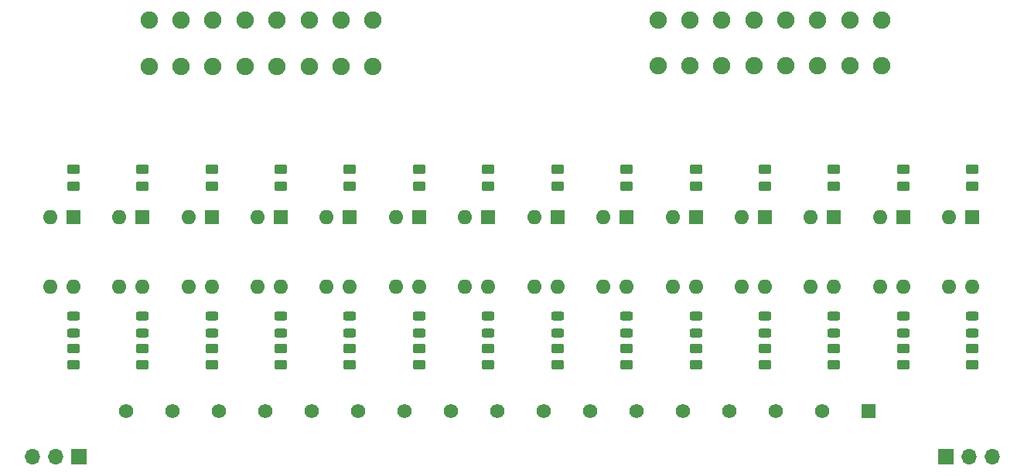
<source format=gbr>
%TF.GenerationSoftware,KiCad,Pcbnew,8.0.7*%
%TF.CreationDate,2025-04-06T16:58:41-05:00*%
%TF.ProjectId,inputs,696e7075-7473-42e6-9b69-6361645f7063,rev?*%
%TF.SameCoordinates,Original*%
%TF.FileFunction,Soldermask,Top*%
%TF.FilePolarity,Negative*%
%FSLAX46Y46*%
G04 Gerber Fmt 4.6, Leading zero omitted, Abs format (unit mm)*
G04 Created by KiCad (PCBNEW 8.0.7) date 2025-04-06 16:58:41*
%MOMM*%
%LPD*%
G01*
G04 APERTURE LIST*
G04 Aperture macros list*
%AMRoundRect*
0 Rectangle with rounded corners*
0 $1 Rounding radius*
0 $2 $3 $4 $5 $6 $7 $8 $9 X,Y pos of 4 corners*
0 Add a 4 corners polygon primitive as box body*
4,1,4,$2,$3,$4,$5,$6,$7,$8,$9,$2,$3,0*
0 Add four circle primitives for the rounded corners*
1,1,$1+$1,$2,$3*
1,1,$1+$1,$4,$5*
1,1,$1+$1,$6,$7*
1,1,$1+$1,$8,$9*
0 Add four rect primitives between the rounded corners*
20,1,$1+$1,$2,$3,$4,$5,0*
20,1,$1+$1,$4,$5,$6,$7,0*
20,1,$1+$1,$6,$7,$8,$9,0*
20,1,$1+$1,$8,$9,$2,$3,0*%
G04 Aperture macros list end*
%ADD10RoundRect,0.250000X0.450000X-0.262500X0.450000X0.262500X-0.450000X0.262500X-0.450000X-0.262500X0*%
%ADD11R,1.600000X1.600000*%
%ADD12O,1.600000X1.600000*%
%ADD13RoundRect,0.243750X-0.456250X0.243750X-0.456250X-0.243750X0.456250X-0.243750X0.456250X0.243750X0*%
%ADD14RoundRect,0.250000X-0.450000X0.262500X-0.450000X-0.262500X0.450000X-0.262500X0.450000X0.262500X0*%
%ADD15RoundRect,0.102000X-0.685000X-0.685000X0.685000X-0.685000X0.685000X0.685000X-0.685000X0.685000X0*%
%ADD16C,1.574000*%
%ADD17R,1.700000X1.700000*%
%ADD18O,1.700000X1.700000*%
%ADD19C,1.900000*%
G04 APERTURE END LIST*
D10*
%TO.C,R26*%
X222435000Y-74325000D03*
X222435000Y-72500000D03*
%TD*%
D11*
%TO.C,U13*%
X214863076Y-77742500D03*
D12*
X212323076Y-77742500D03*
X212323076Y-85362500D03*
X214863076Y-85362500D03*
%TD*%
D13*
%TO.C,D1*%
X124000000Y-88562500D03*
X124000000Y-90437500D03*
%TD*%
%TO.C,D13*%
X214863076Y-88562500D03*
X214863076Y-90437500D03*
%TD*%
%TO.C,D3*%
X139143846Y-88562500D03*
X139143846Y-90437500D03*
%TD*%
D14*
%TO.C,R6*%
X131571923Y-92087500D03*
X131571923Y-93912500D03*
%TD*%
D10*
%TO.C,R1*%
X124000000Y-74325000D03*
X124000000Y-72500000D03*
%TD*%
%TO.C,R9*%
X154287692Y-74325000D03*
X154287692Y-72500000D03*
%TD*%
D13*
%TO.C,D2*%
X131571923Y-88562500D03*
X131571923Y-90437500D03*
%TD*%
D11*
%TO.C,U6*%
X161859615Y-77742500D03*
D12*
X159319615Y-77742500D03*
X159319615Y-85362500D03*
X161859615Y-85362500D03*
%TD*%
D13*
%TO.C,D10*%
X192147307Y-88562500D03*
X192147307Y-90437500D03*
%TD*%
D11*
%TO.C,U14*%
X222435000Y-77742500D03*
D12*
X219895000Y-77742500D03*
X219895000Y-85362500D03*
X222435000Y-85362500D03*
%TD*%
D15*
%TO.C,J4*%
X211050000Y-99000000D03*
D16*
X205970000Y-99000000D03*
X200890000Y-99000000D03*
X195810000Y-99000000D03*
X190730000Y-99000000D03*
X185650000Y-99000000D03*
X180570000Y-99000000D03*
X175490000Y-99000000D03*
X170410000Y-99000000D03*
X165330000Y-99000000D03*
X160250000Y-99000000D03*
X155170000Y-99000000D03*
X150090000Y-99000000D03*
X145010000Y-99000000D03*
X139930000Y-99000000D03*
X134850000Y-99000000D03*
X129770000Y-99000000D03*
%TD*%
D11*
%TO.C,U9*%
X184575384Y-77742500D03*
D12*
X182035384Y-77742500D03*
X182035384Y-85362500D03*
X184575384Y-85362500D03*
%TD*%
D13*
%TO.C,D12*%
X207291153Y-88562500D03*
X207291153Y-90437500D03*
%TD*%
D10*
%TO.C,R3*%
X139143846Y-74325000D03*
X139143846Y-72500000D03*
%TD*%
D13*
%TO.C,D6*%
X161859615Y-88562500D03*
X161859615Y-90437500D03*
%TD*%
D14*
%TO.C,R14*%
X161859615Y-92087500D03*
X161859615Y-93912500D03*
%TD*%
%TO.C,R16*%
X177000000Y-92087500D03*
X177000000Y-93912500D03*
%TD*%
D10*
%TO.C,R11*%
X169431538Y-74325000D03*
X169431538Y-72500000D03*
%TD*%
D13*
%TO.C,D14*%
X222435000Y-88562500D03*
X222435000Y-90437500D03*
%TD*%
D11*
%TO.C,U10*%
X192147307Y-77742500D03*
D12*
X189607307Y-77742500D03*
X189607307Y-85362500D03*
X192147307Y-85362500D03*
%TD*%
D11*
%TO.C,U12*%
X207291153Y-77742500D03*
D12*
X204751153Y-77742500D03*
X204751153Y-85362500D03*
X207291153Y-85362500D03*
%TD*%
D17*
%TO.C,J2*%
X219500000Y-104000000D03*
D18*
X222040000Y-104000000D03*
X224580000Y-104000000D03*
%TD*%
D13*
%TO.C,D11*%
X199719230Y-88562500D03*
X199719230Y-90437500D03*
%TD*%
%TO.C,D9*%
X184575384Y-88562500D03*
X184575384Y-90437500D03*
%TD*%
D17*
%TO.C,J1*%
X124580000Y-104000000D03*
D18*
X122040000Y-104000000D03*
X119500000Y-104000000D03*
%TD*%
D14*
%TO.C,R7*%
X139143846Y-92087500D03*
X139143846Y-93912500D03*
%TD*%
D10*
%TO.C,R2*%
X131571923Y-74325000D03*
X131571923Y-72500000D03*
%TD*%
%TO.C,R18*%
X192147307Y-74325000D03*
X192147307Y-72500000D03*
%TD*%
D19*
%TO.C,J5*%
X156804904Y-61180799D03*
X156804904Y-56180799D03*
X153304903Y-61180799D03*
X153304903Y-56180799D03*
X149804902Y-61180799D03*
X149804902Y-56180799D03*
X146304902Y-61180799D03*
X146304902Y-56180799D03*
X142804901Y-61180799D03*
X142804901Y-56180799D03*
X139304901Y-61180799D03*
X139304901Y-56180799D03*
X135804900Y-61180799D03*
X135804900Y-56180799D03*
X132304899Y-61180799D03*
X132304899Y-56180799D03*
%TD*%
D11*
%TO.C,U7*%
X169431538Y-77742500D03*
D12*
X166891538Y-77742500D03*
X166891538Y-85362500D03*
X169431538Y-85362500D03*
%TD*%
D13*
%TO.C,D5*%
X154287692Y-88562500D03*
X154287692Y-90437500D03*
%TD*%
D14*
%TO.C,R21*%
X184575384Y-92087500D03*
X184575384Y-93912500D03*
%TD*%
D11*
%TO.C,U8*%
X177003461Y-77742500D03*
D12*
X174463461Y-77742500D03*
X174463461Y-85362500D03*
X177003461Y-85362500D03*
%TD*%
D10*
%TO.C,R20*%
X207291153Y-74325000D03*
X207291153Y-72500000D03*
%TD*%
%TO.C,R19*%
X199719230Y-74325000D03*
X199719230Y-72500000D03*
%TD*%
%TO.C,R4*%
X146715769Y-74325000D03*
X146715769Y-72500000D03*
%TD*%
D13*
%TO.C,D4*%
X146715769Y-88562500D03*
X146715769Y-90437500D03*
%TD*%
D14*
%TO.C,R15*%
X169431538Y-92087500D03*
X169431538Y-93912500D03*
%TD*%
D11*
%TO.C,U11*%
X199719230Y-77742500D03*
D12*
X197179230Y-77742500D03*
X197179230Y-85362500D03*
X199719230Y-85362500D03*
%TD*%
D11*
%TO.C,U5*%
X154287692Y-77742500D03*
D12*
X151747692Y-77742500D03*
X151747692Y-85362500D03*
X154287692Y-85362500D03*
%TD*%
D13*
%TO.C,D8*%
X177003461Y-88562500D03*
X177003461Y-90437500D03*
%TD*%
D11*
%TO.C,U1*%
X124000000Y-77742500D03*
D12*
X121460000Y-77742500D03*
X121460000Y-85362500D03*
X124000000Y-85362500D03*
%TD*%
D13*
%TO.C,D7*%
X169431538Y-88562500D03*
X169431538Y-90437500D03*
%TD*%
D10*
%TO.C,R17*%
X184575384Y-74325000D03*
X184575384Y-72500000D03*
%TD*%
D14*
%TO.C,R24*%
X207291153Y-92087500D03*
X207291153Y-93912500D03*
%TD*%
D10*
%TO.C,R10*%
X161859615Y-74325000D03*
X161859615Y-72500000D03*
%TD*%
%TO.C,R12*%
X177003461Y-74325000D03*
X177003461Y-72500000D03*
%TD*%
D14*
%TO.C,R8*%
X146715769Y-92087500D03*
X146715769Y-93912500D03*
%TD*%
%TO.C,R22*%
X192147307Y-92087500D03*
X192147307Y-93912500D03*
%TD*%
%TO.C,R23*%
X199719230Y-92087500D03*
X199719230Y-93912500D03*
%TD*%
%TO.C,R5*%
X124000000Y-92087500D03*
X124000000Y-93912500D03*
%TD*%
D11*
%TO.C,U3*%
X139143846Y-77742500D03*
D12*
X136603846Y-77742500D03*
X136603846Y-85362500D03*
X139143846Y-85362500D03*
%TD*%
D11*
%TO.C,U2*%
X131571923Y-77742500D03*
D12*
X129031923Y-77742500D03*
X129031923Y-85362500D03*
X131571923Y-85362500D03*
%TD*%
D14*
%TO.C,R27*%
X214863076Y-92087500D03*
X214863076Y-93912500D03*
%TD*%
D11*
%TO.C,U4*%
X146715769Y-77742500D03*
D12*
X144175769Y-77742500D03*
X144175769Y-85362500D03*
X146715769Y-85362500D03*
%TD*%
D10*
%TO.C,R25*%
X214863076Y-74325000D03*
X214863076Y-72500000D03*
%TD*%
D14*
%TO.C,R28*%
X222435000Y-92087500D03*
X222435000Y-93912500D03*
%TD*%
D19*
%TO.C,J6*%
X212500000Y-61150399D03*
X212500000Y-56150399D03*
X208999999Y-61150399D03*
X208999999Y-56150399D03*
X205499998Y-61150399D03*
X205499998Y-56150399D03*
X201999998Y-61150399D03*
X201999998Y-56150399D03*
X198499997Y-61150399D03*
X198499997Y-56150399D03*
X194999997Y-61150399D03*
X194999997Y-56150399D03*
X191499996Y-61150399D03*
X191499996Y-56150399D03*
X187999995Y-61150399D03*
X187999995Y-56150399D03*
%TD*%
D14*
%TO.C,R13*%
X154287692Y-92087500D03*
X154287692Y-93912500D03*
%TD*%
M02*

</source>
